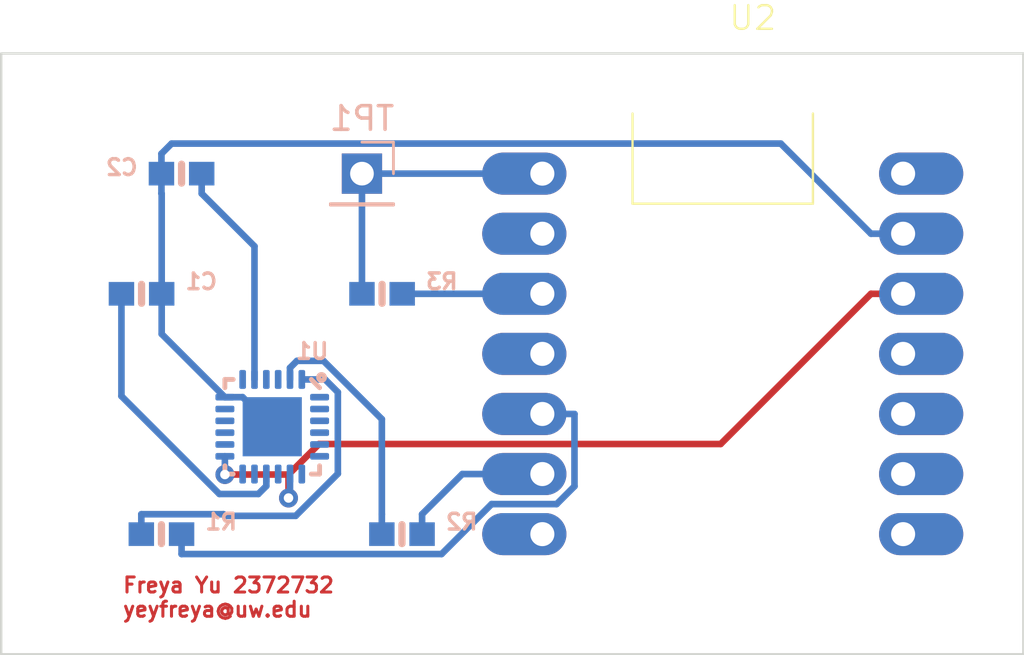
<source format=kicad_pcb>
(kicad_pcb (version 20221018) (generator pcbnew)
  (layers (0 "F.Cu" signal) (31 "B.Cu" signal) (34 "B.Paste" user) (35 "F.Paste" user) (36 "B.SilkS" user "B.Silkscreen") (37 "F.SilkS" user "F.Silkscreen") (38 "B.Mask" user) (39 "F.Mask" user) (44 "Edge.Cuts" user))
  (net 0 "")
  (net 1 "/REGOUT")
  (net 2 "GND")
  (net 3 "/CPOUT")
  (net 4 "Net-(U2-GPIO1_A0_D0)")
  (net 5 "Net-(U2-GPIO3_A2_D2)")
  (net 6 "/CLKIN")
  (net 7 "/SDA_EXT")
  (net 8 "/SCL_EXT")
  (net 9 "3.3V")
  (net 10 "/AD0")
  (net 11 "/FSYNC_IN")
  (net 12 "/INT")
  (net 16 "/SCL_3V")
  (net 17 "/SDA_3V")
  (net 26 "Net-(U2-GPIO4_A3_D3_SDA)")
  (net 27 "Net-(U2-GPIO6_A5_D5_SCL)")
  (footprint "esp32_sense:XIAO_ESP32_SENSE" (layer "F.Cu") (at 114.3 83.82)
    (fp_text reference "U2" (at 1.27 -14.2 unlocked) (layer "F.SilkS") (effects (font (thickness 0.1))))
    (fp_text value "~")
    (fp_line (start -3.81 -10.16) (end -3.81 -6.35) (stroke (width 0.1)) (layer "F.SilkS"))
    (fp_line (start -3.81 -6.35) (end 3.81 -6.35) (stroke (width 0.1)) (layer "F.SilkS"))
    (fp_line (start 3.81 -6.35) (end 3.81 -10.16) (stroke (width 0.1)) (layer "F.SilkS"))
    (pad "1" thru_hole oval (at -7.62 -7.62) (size 3.556 1.778) (drill 1.016 (offset -0.762 0)) (layers "*.Cu" "*.Mask") (net 4 "Net-(U2-GPIO1_A0_D0)"))
    (pad "2" thru_hole oval (at -7.62 -5.08) (size 3.556 1.778) (drill 1.016 (offset -0.762 0)) (layers "*.Cu" "*.Mask"))
    (pad "3" thru_hole oval (at -7.62 -2.54) (size 3.556 1.778) (drill 1.016 (offset -0.762 0)) (layers "*.Cu" "*.Mask") (net 5 "Net-(U2-GPIO3_A2_D2)"))
    (pad "4" thru_hole oval (at -7.62 0) (size 3.556 1.778) (drill 1.016 (offset -0.762 0)) (layers "*.Cu" "*.Mask"))
    (pad "5" thru_hole oval (at -7.62 2.54) (size 3.556 1.778) (drill 1.016 (offset -0.762 0)) (layers "*.Cu" "*.Mask") (net 26 "Net-(U2-GPIO4_A3_D3_SDA)"))
    (pad "6" thru_hole oval (at -7.62 5.08) (size 3.556 1.778) (drill 1.016 (offset -0.762 0)) (layers "*.Cu" "*.Mask") (net 27 "Net-(U2-GPIO6_A5_D5_SCL)"))
    (pad "7" thru_hole oval (at -7.62 7.62) (size 3.556 1.778) (drill 1.016 (offset -0.762 0)) (layers "*.Cu" "*.Mask"))
    (pad "8" thru_hole oval (at 7.62 -7.62) (size 3.556 1.778) (drill 1.016 (offset 0.762 0)) (layers "*.Cu" "*.Mask"))
    (pad "9" thru_hole oval (at 7.62 -5.08) (size 3.556 1.778) (drill 1.016 (offset 0.762 0)) (layers "*.Cu" "*.Mask") (net 2 "GND"))
    (pad "10" thru_hole oval (at 7.62 -2.54) (size 3.556 1.778) (drill 1.016 (offset 0.762 0)) (layers "*.Cu" "*.Mask") (net 9 "3.3V"))
    (pad "11" thru_hole oval (at 7.62 0) (size 3.556 1.778) (drill 1.016 (offset 0.762 0)) (layers "*.Cu" "*.Mask"))
    (pad "12" thru_hole oval (at 7.62 2.54) (size 3.556 1.778) (drill 1.016 (offset 0.762 0)) (layers "*.Cu" "*.Mask"))
    (pad "13" thru_hole oval (at 7.62 5.08) (size 3.556 1.778) (drill 1.016 (offset 0.762 0)) (layers "*.Cu" "*.Mask"))
    (pad "14" thru_hole oval (at 7.62 7.62) (size 3.556 1.778) (drill 1.016 (offset 0.762 0)) (layers "*.Cu" "*.Mask"))
  )
  (footprint "MPU6050:0603-NO" (layer "B.Cu") (at 90.59 91.44)
    (fp_text reference "R1" (at 1.778 -0.127) (layer "B.SilkS") (effects (font (size 0.666496 0.666496) (thickness 0.146304)) (justify right bottom mirror)))
    (fp_text value "4.7K")
    (fp_line (start 0 0.4) (end 0 -0.4) (stroke (width 0.3048)) (layer "B.SilkS"))
    (pad "1" smd rect (at -0.85 0) (size 1.075 1) (layers "B.Cu" "B.Paste" "B.Mask") (net 17 "/SDA_3V"))
    (pad "2" smd rect (at 0.85 0) (size 1.075 1) (layers "B.Cu" "B.Paste" "B.Mask") (net 26 "Net-(U2-GPIO4_A3_D3_SDA)"))
  )
  (footprint "MPU6050:0603-NO" (layer "B.Cu") (at 91.44 76.2 180)
    (fp_text reference "C2" (at 1.778 -0.127) (layer "B.SilkS") (effects (font (size 0.666496 0.666496) (thickness 0.146304)) (justify left bottom mirror)))
    (fp_text value "2.2nF")
    (fp_line (start 0 0.4) (end 0 -0.4) (stroke (width 0.3048)) (layer "B.SilkS"))
    (pad "1" smd rect (at -0.85 0 180) (size 1.075 1) (layers "B.Cu" "B.Paste" "B.Mask") (net 3 "/CPOUT"))
    (pad "2" smd rect (at 0.85 0 180) (size 1.075 1) (layers "B.Cu" "B.Paste" "B.Mask") (net 2 "GND"))
  )
  (footprint "MPU6050:QFN24_4MM_SMSC" (layer "B.Cu") (at 95.27 86.9 180)
    (fp_text reference "U1" (at -2.45 2.8) (layer "B.SilkS") (effects (font (size 0.666496 0.666496) (thickness 0.146304)) (justify left bottom mirror)))
    (fp_text value "MPU-6050")
    (fp_line (start -2 -2) (end -2 -1.65) (stroke (width 0.2032)) (layer "B.SilkS"))
    (fp_line (start -1.65 -2) (end -2 -2) (stroke (width 0.2032)) (layer "B.SilkS"))
    (fp_line (start -1.65 2) (end -2 1.65) (stroke (width 0.2032)) (layer "B.SilkS"))
    (fp_line (start 1.65 -2) (end 2 -2) (stroke (width 0.2032)) (layer "B.SilkS"))
    (fp_line (start 2 -1.65) (end 2 -2) (stroke (width 0.2032)) (layer "B.SilkS"))
    (fp_line (start 2 1.65) (end 2 2) (stroke (width 0.2032)) (layer "B.SilkS"))
    (fp_line (start 2 2) (end 1.65 2) (stroke (width 0.2032)) (layer "B.SilkS"))
    (fp_circle (center -2.0828 2.0828) (end -1.9558 2.0828) (stroke (width 0.2032)) (fill none) (layer "B.SilkS"))
    (pad "1" smd roundrect (at -2 1.25) (size 0.8 0.28) (layers "B.Cu" "B.Paste" "B.Mask") (net 6 "/CLKIN"))
    (pad "2" smd roundrect (at -2 0.75) (size 0.8 0.28) (layers "B.Cu" "B.Paste" "B.Mask"))
    (pad "3" smd roundrect (at -2 0.25) (size 0.8 0.28) (layers "B.Cu" "B.Paste" "B.Mask"))
    (pad "4" smd roundrect (at -2 -0.25) (size 0.8 0.28) (layers "B.Cu" "B.Paste" "B.Mask"))
    (pad "5" smd roundrect (at -2 -0.75) (size 0.8 0.28) (layers "B.Cu" "B.Paste" "B.Mask"))
    (pad "6" smd roundrect (at -2 -1.25) (size 0.8 0.28) (layers "B.Cu" "B.Paste" "B.Mask") (net 7 "/SDA_EXT"))
    (pad "7" smd roundrect (at -1.25 -2 90) (size 0.8 0.28) (layers "B.Cu" "B.Paste" "B.Mask") (net 8 "/SCL_EXT"))
    (pad "8" smd roundrect (at -0.75 -2 90) (size 0.8 0.28) (layers "B.Cu" "B.Paste" "B.Mask") (net 9 "3.3V"))
    (pad "9" smd roundrect (at -0.25 -2 90) (size 0.8 0.28) (layers "B.Cu" "B.Paste" "B.Mask") (net 10 "/AD0"))
    (pad "10" smd roundrect (at 0.25 -2 90) (size 0.8 0.28) (layers "B.Cu" "B.Paste" "B.Mask") (net 1 "/REGOUT"))
    (pad "11" smd roundrect (at 0.75 -2 90) (size 0.8 0.28) (layers "B.Cu" "B.Paste" "B.Mask") (net 11 "/FSYNC_IN"))
    (pad "12" smd roundrect (at 1.25 -2 90) (size 0.8 0.28) (layers "B.Cu" "B.Paste" "B.Mask") (net 12 "/INT"))
    (pad "13" smd roundrect (at 2 -1.25 180) (size 0.8 0.28) (layers "B.Cu" "B.Paste" "B.Mask") (net 9 "3.3V"))
    (pad "14" smd roundrect (at 2 -0.75 180) (size 0.8 0.28) (layers "B.Cu" "B.Paste" "B.Mask"))
    (pad "15" smd roundrect (at 2 -0.25 180) (size 0.8 0.28) (layers "B.Cu" "B.Paste" "B.Mask"))
    (pad "16" smd roundrect (at 2 0.25 180) (size 0.8 0.28) (layers "B.Cu" "B.Paste" "B.Mask"))
    (pad "17" smd roundrect (at 2 0.75 180) (size 0.8 0.28) (layers "B.Cu" "B.Paste" "B.Mask"))
    (pad "18" smd roundrect (at 2 1.25 180) (size 0.8 0.28) (layers "B.Cu" "B.Paste" "B.Mask") (net 2 "GND"))
    (pad "19" smd roundrect (at 1.25 2 270) (size 0.8 0.28) (layers "B.Cu" "B.Paste" "B.Mask"))
    (pad "20" smd roundrect (at 0.75 2 270) (size 0.8 0.28) (layers "B.Cu" "B.Paste" "B.Mask") (net 3 "/CPOUT"))
    (pad "21" smd roundrect (at 0.25 2 270) (size 0.8 0.28) (layers "B.Cu" "B.Paste" "B.Mask"))
    (pad "22" smd roundrect (at -0.25 2 270) (size 0.8 0.28) (layers "B.Cu" "B.Paste" "B.Mask"))
    (pad "23" smd roundrect (at -0.75 2 270) (size 0.8 0.28) (layers "B.Cu" "B.Paste" "B.Mask") (net 16 "/SCL_3V"))
    (pad "24" smd roundrect (at -1.25 2 270) (size 0.8 0.28) (layers "B.Cu" "B.Paste" "B.Mask") (net 17 "/SDA_3V"))
    (pad "THERM" smd rect (at 0 0 180) (size 2.5 2.5) (layers "B.Cu" "B.Mask") (net 2 "GND"))
  )
  (footprint "MPU6050:0603-NO" (layer "B.Cu") (at 89.75 81.28)
    (fp_text reference "C1" (at 1.778 -0.127 -360) (layer "B.SilkS") (effects (font (size 0.666496 0.666496) (thickness 0.146304)) (justify right bottom mirror)))
    (fp_text value "0.1uF")
    (fp_line (start 0 0.4) (end 0 -0.4) (stroke (width 0.3048)) (layer "B.SilkS"))
    (pad "1" smd rect (at -0.85 0) (size 1.075 1) (layers "B.Cu" "B.Paste" "B.Mask") (net 1 "/REGOUT"))
    (pad "2" smd rect (at 0.85 0) (size 1.075 1) (layers "B.Cu" "B.Paste" "B.Mask") (net 2 "GND"))
  )
  (footprint "MPU6050:0603-NO" (layer "B.Cu") (at 99.91 81.28)
    (fp_text reference "R3" (at 1.778 -0.127 -360) (layer "B.SilkS") (effects (font (size 0.666496 0.666496) (thickness 0.146304)) (justify right bottom mirror)))
    (fp_text value "10K")
    (fp_line (start 0 0.4) (end 0 -0.4) (stroke (width 0.3048)) (layer "B.SilkS"))
    (pad "1" smd rect (at -0.85 0) (size 1.075 1) (layers "B.Cu" "B.Paste" "B.Mask") (net 4 "Net-(U2-GPIO1_A0_D0)"))
    (pad "2" smd rect (at 0.85 0) (size 1.075 1) (layers "B.Cu" "B.Paste" "B.Mask") (net 5 "Net-(U2-GPIO3_A2_D2)"))
  )
  (footprint "MPU6050:0603-NO" (layer "B.Cu") (at 100.75 91.44)
    (fp_text reference "R2" (at 1.778 -0.127) (layer "B.SilkS") (effects (font (size 0.666496 0.666496) (thickness 0.146304)) (justify right bottom mirror)))
    (fp_text value "4.7K")
    (fp_line (start 0 0.4) (end 0 -0.4) (stroke (width 0.3048)) (layer "B.SilkS"))
    (pad "1" smd rect (at -0.85 0) (size 1.075 1) (layers "B.Cu" "B.Paste" "B.Mask") (net 16 "/SCL_3V"))
    (pad "2" smd rect (at 0.85 0) (size 1.075 1) (layers "B.Cu" "B.Paste" "B.Mask") (net 27 "Net-(U2-GPIO6_A5_D5_SCL)"))
  )
  (footprint "Connector_PinHeader_2.54mm:PinHeader_1x01_P2.54mm_Vertical" (layer "B.Cu") (at 99.06 76.2 180)
    (fp_text reference "TP1" (at 0 2.33) (layer "B.SilkS") (effects (justify mirror)))
    (fp_text value "TestPoint")
    (fp_line (start -1.33 -1.33) (end 1.33 -1.33) (stroke (width 0.12)) (layer "B.SilkS"))
    (fp_line (start -1.33 -1.27) (end -1.33 -1.33) (stroke (width 0.12)) (layer "B.SilkS"))
    (fp_line (start -1.33 -1.27) (end 1.33 -1.27) (stroke (width 0.12)) (layer "B.SilkS"))
    (fp_line (start -1.33 0) (end -1.33 1.33) (stroke (width 0.12)) (layer "B.SilkS"))
    (fp_line (start -1.33 1.33) (end 0 1.33) (stroke (width 0.12)) (layer "B.SilkS"))
    (fp_line (start 1.33 -1.27) (end 1.33 -1.33) (stroke (width 0.12)) (layer "B.SilkS"))
    (pad "1" thru_hole rect (at 0 0 180) (size 1.7 1.7) (drill 1) (layers "*.Cu" "*.Mask") (net 4 "Net-(U2-GPIO1_A0_D0)"))
  )
  (gr_rect (start 83.82 71.12) (end 127 96.52) (stroke (width 0.1)) (fill none) (layer "Edge.Cuts"))
  (gr_text "Freya Yu 2372732 \nyeyfreya@uw.edu" (at 88.9 94.996) (layer "F.Cu") (effects (font (size 0.6364 0.6364) (thickness 0.12735) bold) (justify left bottom)))
  (segment (start 94.6828 89.7425) (end 95.02 89.4053) (width 0.2794) (layer "B.Cu") (net 1))
  (segment (start 93.0372 89.7425) (end 94.6828 89.7425) (width 0.2794) (layer "B.Cu") (net 1))
  (segment (start 88.9 85.6053) (end 93.0372 89.7425) (width 0.2794) (layer "B.Cu") (net 1))
  (segment (start 95.02 89.4053) (end 95.02 88.9) (width 0.2794) (layer "B.Cu") (net 1))
  (segment (start 88.9 81.28) (end 88.9 85.6053) (width 0.2794) (layer "B.Cu") (net 1))
  (segment (start 116.7513 74.9289) (end 120.5624 78.74) (width 0.2794) (layer "B.Cu") (net 2))
  (segment (start 91.0195 74.9289) (end 116.7513 74.9289) (width 0.2794) (layer "B.Cu") (net 2))
  (segment (start 90.6 81.28) (end 90.6 77.0516) (width 0.2794) (layer "B.Cu") (net 2))
  (segment (start 90.6 77.0516) (end 90.59 77.0416) (width 0.2794) (layer "B.Cu") (net 2))
  (segment (start 90.59 76.2) (end 90.59 75.3584) (width 0.2794) (layer "B.Cu") (net 2))
  (segment (start 93.27 85.65) (end 94.02 85.65) (width 0.2794) (layer "B.Cu") (net 2))
  (segment (start 90.6 82.98) (end 90.6 81.28) (width 0.2794) (layer "B.Cu") (net 2))
  (segment (start 121.92 78.74) (end 120.5624 78.74) (width 0.2794) (layer "B.Cu") (net 2))
  (segment (start 90.59 76.2) (end 90.59 77.0416) (width 0.2794) (layer "B.Cu") (net 2))
  (segment (start 93.27 85.65) (end 90.6 82.98) (width 0.2794) (layer "B.Cu") (net 2))
  (segment (start 90.59 75.3584) (end 91.0195 74.9289) (width 0.2794) (layer "B.Cu") (net 2))
  (segment (start 94.02 85.65) (end 95.27 86.9) (width 0.2794) (layer "B.Cu") (net 2))
  (segment (start 92.29 76.2) (end 92.29 77.0416) (width 0.2794) (layer "B.Cu") (net 3))
  (segment (start 92.29 77.0416) (end 94.52 79.2716) (width 0.2794) (layer "B.Cu") (net 3))
  (segment (start 94.52 79.2716) (end 94.52 84.9) (width 0.2794) (layer "B.Cu") (net 3))
  (segment (start 99.06 76.2) (end 106.68 76.2) (width 0.2794) (layer "B.Cu") (net 4))
  (segment (start 99.06 81.28) (end 99.06 76.2) (width 0.2794) (layer "B.Cu") (net 4))
  (segment (start 106.68 81.28) (end 100.76 81.28) (width 0.2794) (layer "B.Cu") (net 5))
  (segment (start 121.92 81.28) (end 120.5624 81.28) (width 0.2794) (layer "F.Cu") (net 9))
  (segment (start 95.9573 88.9204) (end 95.9573 89.9128) (width 0.2794) (layer "F.Cu") (net 9))
  (segment (start 97.2477 87.63) (end 95.9573 88.9204) (width 0.2794) (layer "F.Cu") (net 9))
  (segment (start 95.9573 88.9204) (end 93.27 88.9204) (width 0.2794) (layer "F.Cu") (net 9))
  (segment (start 114.2124 87.63) (end 97.2477 87.63) (width 0.2794) (layer "F.Cu") (net 9))
  (segment (start 120.5624 81.28) (end 114.2124 87.63) (width 0.2794) (layer "F.Cu") (net 9))
  (via (at 93.27 88.9204) (size 0.8) (drill 0.4) (layers "F.Cu" "B.Cu") (net 9))
  (via (at 95.9573 89.9128) (size 0.8) (drill 0.4) (layers "F.Cu" "B.Cu") (net 9))
  (segment (start 96.02 89.8501) (end 95.9573 89.9128) (width 0.2794) (layer "B.Cu") (net 9))
  (segment (start 93.27 88.9204) (end 93.27 88.15) (width 0.2794) (layer "B.Cu") (net 9))
  (segment (start 96.02 88.9) (end 96.02 89.8501) (width 0.2794) (layer "B.Cu") (net 9))
  (segment (start 99.9 91.44) (end 99.9 90.5984) (width 0.2794) (layer "B.Cu") (net 16))
  (segment (start 96.02 84.4101) (end 96.02 84.9) (width 0.2794) (layer "B.Cu") (net 16))
  (segment (start 96.3154 84.1147) (end 96.02 84.4101) (width 0.2794) (layer "B.Cu") (net 16))
  (segment (start 97.4356 84.1147) (end 96.3154 84.1147) (width 0.2794) (layer "B.Cu") (net 16))
  (segment (start 99.9 86.5791) (end 97.4356 84.1147) (width 0.2794) (layer "B.Cu") (net 16))
  (segment (start 99.9 90.5984) (end 99.9 86.5791) (width 0.2794) (layer "B.Cu") (net 16))
  (segment (start 96.2603 90.6674) (end 93.2836 90.6674) (width 0.2794) (layer "B.Cu") (net 17))
  (segment (start 89.74 91.44) (end 89.74 90.5984) (width 0.2794) (layer "B.Cu") (net 17))
  (segment (start 96.52 84.9) (end 97.5025 84.9) (width 0.2794) (layer "B.Cu") (net 17))
  (segment (start 98.0415 88.8862) (end 96.2603 90.6674) (width 0.2794) (layer "B.Cu") (net 17))
  (segment (start 98.0415 85.439) (end 98.0415 88.8862) (width 0.2794) (layer "B.Cu") (net 17))
  (segment (start 93.2836 90.6674) (end 93.2146 90.5984) (width 0.2794) (layer "B.Cu") (net 17))
  (segment (start 97.5025 84.9) (end 98.0415 85.439) (width 0.2794) (layer "B.Cu") (net 17))
  (segment (start 93.2146 90.5984) (end 89.74 90.5984) (width 0.2794) (layer "B.Cu") (net 17))
  (segment (start 91.44 91.44) (end 91.44 92.2816) (width 0.2794) (layer "B.Cu") (net 26))
  (segment (start 102.4238 92.2816) (end 91.44 92.2816) (width 0.2794) (layer "B.Cu") (net 26))
  (segment (start 107.2835 90.17) (end 104.5354 90.17) (width 0.2794) (layer "B.Cu") (net 26))
  (segment (start 106.68 86.36) (end 108.0376 86.36) (width 0.2794) (layer "B.Cu") (net 26))
  (segment (start 108.0376 86.36) (end 108.0376 89.4159) (width 0.2794) (layer "B.Cu") (net 26))
  (segment (start 104.5354 90.17) (end 102.4238 92.2816) (width 0.2794) (layer "B.Cu") (net 26))
  (segment (start 108.0376 89.4159) (end 107.2835 90.17) (width 0.2794) (layer "B.Cu") (net 26))
  (segment (start 103.2984 88.9) (end 106.68 88.9) (width 0.2794) (layer "B.Cu") (net 27))
  (segment (start 101.6 90.5984) (end 103.2984 88.9) (width 0.2794) (layer "B.Cu") (net 27))
  (segment (start 101.6 91.44) (end 101.6 90.5984) (width 0.2794) (layer "B.Cu") (net 27))
)
</source>
